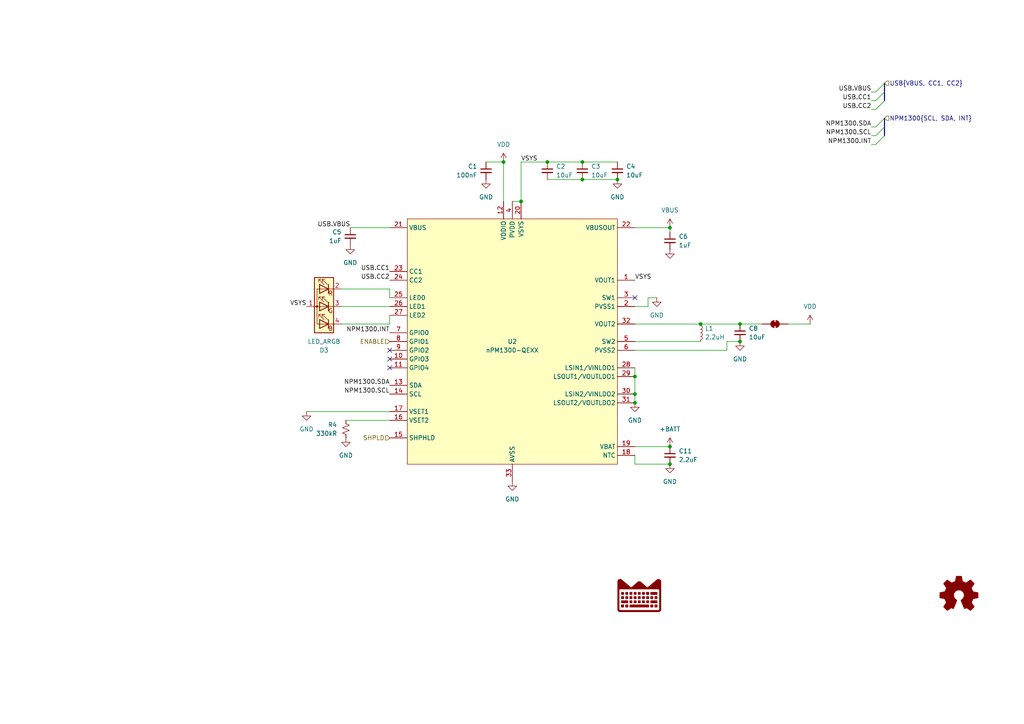
<source format=kicad_sch>
(kicad_sch (version 20250114) (generator "eeschema") (generator_version "9.0")
  (paper "A4")
  (title_block (title "RoyalBlue54L") (date "2025-01-25") (rev "0.0.1") (company "Lord's Boards"))
  (lib_symbols
    (symbol "Device:C_Small" (pin_numbers (hide yes)) (pin_names (offset 0.254) (hide yes))
      (property "Reference" "C" (at 0.254 1.778 0))
      (property "Value" "C_Small" (at 0.254 -2.032 0))
      (symbol "C_Small_1_1"
        (pin passive line (at 0 2.54 270) (length 2.032) (name "~") (number "1"))
        (pin passive line (at 0 -2.54 90) (length 2.032) (name "~") (number "2"))
      )
    )
    (symbol "Device:LED_ARGB" (pin_names (offset 0) (hide yes))
      (property "Reference" "D" (at 0 9.398 0))
      (property "Value" "LED_ARGB" (at 0 -8.89 0))
      (symbol "LED_ARGB_0_0"
        (text "R" (at -1.905 3.81 0) (effects (font (size 1.27 1.27))))
        (text "G" (at -1.905 -1.27 0) (effects (font (size 1.27 1.27))))
        (text "B" (at -1.905 -6.35 0) (effects (font (size 1.27 1.27))))
      )
      (symbol "LED_ARGB_1_1"
        (pin passive line (at -5.08 5.08 0) (length 2.54) (name "RK") (number "2"))
        (pin passive line (at -5.08 0 0) (length 2.54) (name "GK") (number "3"))
        (pin passive line (at -5.08 -5.08 0) (length 2.54) (name "BK") (number "4"))
        (pin passive line (at 5.08 0 180) (length 2.54) (name "A") (number "1"))
      )
    )
    (symbol "Device:L_Small" (pin_numbers (hide yes)) (pin_names (offset 0.254) (hide yes))
      (property "Reference" "L" (at 0.762 1.016 0))
      (property "Value" "L_Small" (at 0.762 -1.016 0))
      (symbol "L_Small_1_1"
        (pin passive line (at 0 2.54 270) (length 0.508) (name "~") (number "1"))
        (pin passive line (at 0 -2.54 90) (length 0.508) (name "~") (number "2"))
      )
    )
    (symbol "Device:R_Small_US" (pin_numbers (hide yes)) (pin_names (offset 0.254) (hide yes))
      (property "Reference" "R" (at 0.762 0.508 0))
      (property "Value" "R_Small_US" (at 0.762 -1.016 0))
      (symbol "R_Small_US_1_1"
        (pin passive line (at 0 2.54 270) (length 1.016) (name "~") (number "1"))
        (pin passive line (at 0 -2.54 90) (length 1.016) (name "~") (number "2"))
      )
    )
    (symbol "Graphic:Logo_Open_Hardware_Small" (in_bom no) (on_board no))
    (symbol "Jumper:SolderJumper_2_Bridged" (pin_numbers (hide yes)) (pin_names (offset 0) (hide yes)) (exclude_from_sim yes) (in_bom no)
      (property "Reference" "JP" (at 0 2.032 0))
      (property "Value" "SolderJumper_2_Bridged" (at 0 -2.54 0))
      (symbol "SolderJumper_2_Bridged_1_1"
        (pin passive line (at -3.81 0 0) (length 2.54) (name "A") (number "1"))
        (pin passive line (at 3.81 0 180) (length 2.54) (name "B") (number "2"))
      )
    )
    (symbol "LordsBoards-Graphic:LordsBoardsLogo" (in_bom no) (on_board no))
    (symbol "nordic-lib-kicad-npm:nPM1300-QEXX"
      (property "Reference" "U" (at 0 0 0))
      (property "Value" "nPM1300-QEXX" (at 0 -2.54 0))
      (symbol "nPM1300-QEXX_0_0"
        (pin power_in line (at -35.56 33.02 0) (length 5.08) (name "VBUS") (number "21"))
        (pin bidirectional line (at -35.56 20.32 0) (length 5.08) (name "CC1") (number "23"))
        (pin bidirectional line (at -35.56 17.78 0) (length 5.08) (name "CC2") (number "24"))
        (pin open_collector line (at -35.56 12.7 0) (length 5.08) (name "LED0") (number "25"))
        (pin open_collector line (at -35.56 10.16 0) (length 5.08) (name "LED1") (number "26"))
        (pin open_collector line (at -35.56 7.62 0) (length 5.08) (name "LED2") (number "27"))
        (pin bidirectional line (at -35.56 2.54 0) (length 5.08) (name "GPIO0") (number "7"))
        (pin bidirectional line (at -35.56 0 0) (length 5.08) (name "GPIO1") (number "8"))
        (pin bidirectional line (at -35.56 -2.54 0) (length 5.08) (name "GPIO2") (number "9"))
        (pin bidirectional line (at -35.56 -5.08 0) (length 5.08) (name "GPIO3") (number "10"))
        (pin bidirectional line (at -35.56 -7.62 0) (length 5.08) (name "GPIO4") (number "11"))
        (pin bidirectional line (at -35.56 -12.7 0) (length 5.08) (name "SDA") (number "13"))
        (pin bidirectional line (at -35.56 -15.24 0) (length 5.08) (name "SCL") (number "14"))
        (pin passive line (at -35.56 -20.32 0) (length 5.08) (name "VSET1") (number "17"))
        (pin passive line (at -35.56 -22.86 0) (length 5.08) (name "VSET2") (number "16"))
        (pin input line (at -35.56 -27.94 0) (length 5.08) (name "SHPHLD") (number "15"))
        (pin power_in line (at -2.54 40.64 270) (length 5.08) (name "VDDIO") (number "12"))
        (pin power_in line (at 0 40.64 270) (length 5.08) (name "PVDD") (number "4"))
        (pin power_in line (at 0 -40.64 90) (length 5.08) (name "AVSS") (number "33"))
        (pin power_out line (at 2.54 40.64 270) (length 5.08) (name "VSYS") (number "20"))
        (pin power_out line (at 35.56 33.02 180) (length 5.08) (name "VBUSOUT") (number "22"))
        (pin power_out line (at 35.56 17.78 180) (length 5.08) (name "VOUT1") (number "1"))
        (pin passive line (at 35.56 12.7 180) (length 5.08) (name "SW1") (number "3"))
        (pin power_out line (at 35.56 5.08 180) (length 5.08) (name "VOUT2") (number "32"))
        (pin passive line (at 35.56 0 180) (length 5.08) (name "SW2") (number "5"))
        (pin output line (at 35.56 -10.16 180) (length 5.08) (name "LSOUT1/VOUTLDO1") (number "29"))
        (pin input line (at 35.56 -15.24 180) (length 5.08) (name "LSIN2/VINLDO2") (number "30"))
        (pin output line (at 35.56 -17.78 180) (length 5.08) (name "LSOUT2/VOUTLDO2") (number "31"))
        (pin power_in line (at 35.56 -30.48 180) (length 5.08) (name "VBAT") (number "19"))
        (pin passive line (at 35.56 -33.02 180) (length 5.08) (name "NTC") (number "18"))
      )
      (symbol "nPM1300-QEXX_1_0"
        (pin power_in line (at 35.56 10.16 180) (length 5.08) (name "PVSS1") (number "2"))
        (pin power_in line (at 35.56 -2.54 180) (length 5.08) (name "PVSS2") (number "6"))
        (pin input line (at 35.56 -7.62 180) (length 5.08) (name "LSIN1/VINLDO1") (number "28"))
      )
    )
    (symbol "power:+BATT" (power) (pin_numbers (hide yes)) (pin_names (offset 0) (hide yes))
      (property "Value" "+BATT" (at 0 3.556 0))
      (symbol "+BATT_1_1"
        (pin power_in line (at 0 0 90) (length 0) (name "~") (number "1"))
      )
    )
    (symbol "power:GND" (power) (pin_numbers (hide yes)) (pin_names (offset 0) (hide yes))
      (property "Value" "GND" (at 0 -3.81 0))
      (symbol "GND_1_1"
        (pin power_in line (at 0 0 270) (length 0) (name "~") (number "1"))
      )
    )
    (symbol "power:VBUS" (power) (pin_numbers (hide yes)) (pin_names (offset 0) (hide yes))
      (property "Value" "VBUS" (at 0 3.556 0))
      (symbol "VBUS_1_1"
        (pin power_in line (at 0 0 90) (length 0) (name "~") (number "1"))
      )
    )
    (symbol "power:VDD" (power) (pin_numbers (hide yes)) (pin_names (offset 0) (hide yes))
      (property "Value" "VDD" (at 0 3.556 0))
      (symbol "VDD_1_1"
        (pin power_in line (at 0 0 90) (length 0) (name "~") (number "1"))
      )
    )
  )
  (junction (at 184.15 109.22))
  (junction (at 168.91 52.07))
  (junction (at 179.07 52.07))
  (junction (at 214.63 99.06))
  (junction (at 194.31 129.54))
  (junction (at 194.31 134.62))
  (junction (at 146.05 46.99))
  (junction (at 203.2 93.98))
  (junction (at 158.75 46.99))
  (junction (at 194.31 66.04))
  (junction (at 168.91 46.99))
  (junction (at 214.63 93.98))
  (junction (at 184.15 114.3))
  (junction (at 151.13 58.42))
  (junction (at 184.15 116.84))
  (no_connect (at 184.15 86.36))
  (no_connect (at 113.03 101.6))
  (no_connect (at 113.03 106.68))
  (no_connect (at 113.03 104.14))
  (bus_entry (at 254 26.67) (size 2.54 -2.54))
  (bus_entry (at 254 29.21) (size 2.54 -2.54))
  (bus_entry (at 254 36.83) (size 2.54 -2.54))
  (bus_entry (at 254 31.75) (size 2.54 -2.54))
  (bus_entry (at 254 41.91) (size 2.54 -2.54))
  (bus_entry (at 254 39.37) (size 2.54 -2.54))
  (wire (pts (xy 190.5 86.36) (xy 187.96 86.36)))
  (bus (pts (xy 256.54 39.37) (xy 256.54 36.83)))
  (wire (pts (xy 184.15 106.68) (xy 184.15 109.22)))
  (wire (pts (xy 254 29.21) (xy 252.73 29.21)))
  (wire (pts (xy 254 41.91) (xy 252.73 41.91)))
  (wire (pts (xy 168.91 46.99) (xy 179.07 46.99)))
  (wire (pts (xy 220.98 93.98) (xy 214.63 93.98)))
  (wire (pts (xy 194.31 66.04) (xy 184.15 66.04)))
  (wire (pts (xy 187.96 88.9) (xy 184.15 88.9)))
  (wire (pts (xy 113.03 83.82) (xy 113.03 86.36)))
  (wire (pts (xy 187.96 86.36) (xy 187.96 88.9)))
  (wire (pts (xy 151.13 46.99) (xy 158.75 46.99)))
  (wire (pts (xy 100.33 121.92) (xy 113.03 121.92)))
  (bus (pts (xy 256.54 26.67) (xy 256.54 29.21)))
  (wire (pts (xy 101.6 66.04) (xy 113.03 66.04)))
  (wire (pts (xy 184.15 132.08) (xy 184.15 134.62)))
  (wire (pts (xy 99.06 93.98) (xy 113.03 93.98)))
  (wire (pts (xy 113.03 93.98) (xy 113.03 91.44)))
  (wire (pts (xy 184.15 114.3) (xy 184.15 116.84)))
  (wire (pts (xy 184.15 109.22) (xy 184.15 114.3)))
  (wire (pts (xy 168.91 52.07) (xy 179.07 52.07)))
  (wire (pts (xy 151.13 46.99) (xy 151.13 58.42)))
  (wire (pts (xy 234.95 93.98) (xy 228.6 93.98)))
  (wire (pts (xy 254 36.83) (xy 252.73 36.83)))
  (wire (pts (xy 254 39.37) (xy 252.73 39.37)))
  (wire (pts (xy 254 26.67) (xy 252.73 26.67)))
  (wire (pts (xy 146.05 46.99) (xy 146.05 58.42)))
  (wire (pts (xy 158.75 52.07) (xy 168.91 52.07)))
  (wire (pts (xy 146.05 46.99) (xy 140.97 46.99)))
  (wire (pts (xy 158.75 46.99) (xy 168.91 46.99)))
  (wire (pts (xy 254 31.75) (xy 252.73 31.75)))
  (wire (pts (xy 184.15 134.62) (xy 194.31 134.62)))
  (wire (pts (xy 210.82 101.6) (xy 210.82 99.06)))
  (wire (pts (xy 194.31 66.04) (xy 194.31 67.31)))
  (wire (pts (xy 184.15 129.54) (xy 194.31 129.54)))
  (wire (pts (xy 184.15 101.6) (xy 210.82 101.6)))
  (bus (pts (xy 256.54 24.13) (xy 256.54 26.67)))
  (wire (pts (xy 210.82 99.06) (xy 214.63 99.06)))
  (wire (pts (xy 99.06 83.82) (xy 113.03 83.82)))
  (wire (pts (xy 88.9 119.38) (xy 113.03 119.38)))
  (wire (pts (xy 184.15 93.98) (xy 203.2 93.98)))
  (wire (pts (xy 203.2 93.98) (xy 214.63 93.98)))
  (wire (pts (xy 99.06 88.9) (xy 113.03 88.9)))
  (wire (pts (xy 184.15 99.06) (xy 203.2 99.06)))
  (bus (pts (xy 256.54 36.83) (xy 256.54 34.29)))
  (wire (pts (xy 151.13 58.42) (xy 148.59 58.42)))
  (label "VSYS" (at 184.15 81.28 0))
  (label "NPM1300.INT" (at 252.73 41.91 180))
  (label "NPM1300.SCL" (at 113.03 114.3 180))
  (label "NPM1300.SDA" (at 113.03 111.76 180))
  (label "USB.CC1" (at 252.73 29.21 180))
  (label "USB.VBUS" (at 101.6 66.04 180))
  (label "USB.CC2" (at 113.03 81.28 180))
  (label "VSYS" (at 151.13 46.99 0))
  (label "NPM1300.SDA" (at 252.73 36.83 180))
  (label "USB.VBUS" (at 252.73 26.67 180))
  (label "NPM1300.SCL" (at 252.73 39.37 180))
  (label "NPM1300.INT" (at 113.03 96.52 180))
  (label "USB.CC1" (at 113.03 78.74 180))
  (label "USB.CC2" (at 252.73 31.75 180))
  (label "VSYS" (at 88.9 88.9 180))
  (hierarchical_label "USB{VBUS, CC1, CC2}" (shape input) (at 256.54 24.13 0))
  (hierarchical_label "ENABLE" (shape input) (at 113.03 99.06 180))
  (hierarchical_label "SHPLD" (shape input) (at 113.03 127 180))
  (hierarchical_label "NPM1300{SCL, SDA, INT}" (shape input) (at 256.54 34.29 0))
  (symbol (lib_id "Device:C_Small") (at 194.31 132.08 0) (mirror y) (unit 1)
    (property "Reference" "C11" (at 196.85 130.8162 0) (effects (justify right)))
    (property "Value" "2.2uF" (at 196.85 133.3562 0) (effects (justify right)))
    (property "Footprint" "Capacitor_SMD:C_0603_1608Metric" (effects (hide yes)))
    (property "Description" "Unpolarized capacitor, small symbol" (effects (hide yes)))
    (property "LCSC" "C23630" (effects (hide yes)))
  )
  (symbol (lib_id "power:VBUS") (at 194.31 66.04 0) (unit 1)
    (property "Reference" "#PWR041" (effects (hide yes)))
    (property "Value" "VBUS" (at 194.31 60.96 0))
    (property "Description" "Power symbol creates a global label with name \"VBUS\"" (effects (hide yes)))
  )
  (symbol (lib_id "Device:L_Small") (at 203.2 96.52 0) (unit 1)
    (property "Reference" "L1" (at 204.47 95.2499 0) (effects (justify left)))
    (property "Value" "2.2uH" (at 204.47 97.7899 0) (effects (justify left)))
    (property "Footprint" "Inductor_SMD:L_0603_1608Metric" (effects (hide yes)))
    (property "Description" "Inductor, small symbol" (effects (hide yes)))
    (property "LCSC" "C337910" (effects (hide yes)))
  )
  (symbol (lib_id "power:GND") (at 194.31 134.62 0) (mirror y) (unit 1)
    (property "Reference" "#PWR033" (effects (hide yes)))
    (property "Value" "GND" (at 194.31 139.7 0))
    (property "Description" "Power symbol creates a global label with name \"GND\" , ground" (effects (hide yes)))
  )
  (symbol (lib_id "Graphic:Logo_Open_Hardware_Small") (at 278.13 172.72 0) (unit 1) (in_bom no) (on_board no)
    (property "Reference" "#SYM4" (effects (hide yes)))
    (property "Value" "Logo_Open_Hardware_Small" (effects (hide yes)))
  )
  (symbol (lib_id "power:VDD") (at 234.95 93.98 0) (unit 1)
    (property "Reference" "#PWR021" (effects (hide yes)))
    (property "Value" "VDD" (at 234.95 88.9 0))
    (property "Description" "Power symbol creates a global label with name \"VDD\"" (effects (hide yes)))
  )
  (symbol (lib_id "power:GND") (at 179.07 52.07 0) (mirror y) (unit 1)
    (property "Reference" "#PWR017" (effects (hide yes)))
    (property "Value" "GND" (at 179.07 57.15 0))
    (property "Description" "Power symbol creates a global label with name \"GND\" , ground" (effects (hide yes)))
  )
  (symbol (lib_id "Device:C_Small") (at 101.6 68.58 0) (unit 1)
    (property "Reference" "C5" (at 99.06 67.3162 0) (effects (justify right)))
    (property "Value" "1uF" (at 99.06 69.8562 0) (effects (justify right)))
    (property "Footprint" "Capacitor_SMD:C_0603_1608Metric" (effects (hide yes)))
    (property "Description" "Unpolarized capacitor, small symbol" (effects (hide yes)))
    (property "LCSC" "C15849" (effects (hide yes)))
  )
  (symbol (lib_id "power:GND") (at 184.15 116.84 0) (mirror y) (unit 1)
    (property "Reference" "#PWR030" (effects (hide yes)))
    (property "Value" "GND" (at 184.15 121.92 0))
    (property "Description" "Power symbol creates a global label with name \"GND\" , ground" (effects (hide yes)))
  )
  (symbol (lib_id "LordsBoards-Graphic:LordsBoardsLogo") (at 185.42 172.72 0) (unit 1) (in_bom no) (on_board no)
    (property "Reference" "#SYM3" (effects (hide yes)))
  )
  (symbol (lib_id "Device:C_Small") (at 214.63 96.52 0) (mirror y) (unit 1)
    (property "Reference" "C8" (at 217.17 95.2562 0) (effects (justify right)))
    (property "Value" "10uF" (at 217.17 97.7962 0) (effects (justify right)))
    (property "Footprint" "Capacitor_SMD:C_0603_1608Metric" (effects (hide yes)))
    (property "Description" "Unpolarized capacitor, small symbol" (effects (hide yes)))
    (property "LCSC" "C96446" (effects (hide yes)))
  )
  (symbol (lib_id "power:GND") (at 214.63 99.06 0) (mirror y) (unit 1)
    (property "Reference" "#PWR022" (effects (hide yes)))
    (property "Value" "GND" (at 214.63 104.14 0))
    (property "Description" "Power symbol creates a global label with name \"GND\" , ground" (effects (hide yes)))
  )
  (symbol (lib_id "Device:LED_ARGB") (at 93.98 88.9 0) (mirror y) (unit 1)
    (property "Reference" "D3" (at 93.98 101.6 0))
    (property "Value" "LED_ARGB" (at 93.98 99.06 0))
    (property "Footprint" "LED_SMD:LED_Wurth_150044M155260" (effects (hide yes)))
    (property "Description" "RGB LED, anode/red/green/blue" (effects (hide yes)))
    (property "LCSC" "C404280" (effects (hide yes)))
  )
  (symbol (lib_id "Device:C_Small") (at 168.91 49.53 0) (mirror y) (unit 1)
    (property "Reference" "C3" (at 171.45 48.2662 0) (effects (justify right)))
    (property "Value" "10uF" (at 171.45 50.8062 0) (effects (justify right)))
    (property "Footprint" "Capacitor_SMD:C_0603_1608Metric" (effects (hide yes)))
    (property "Description" "Unpolarized capacitor, small symbol" (effects (hide yes)))
    (property "LCSC" "C96446" (effects (hide yes)))
  )
  (symbol (lib_id "power:GND") (at 101.6 71.12 0) (unit 1)
    (property "Reference" "#PWR018" (effects (hide yes)))
    (property "Value" "GND" (at 101.6 76.2 0))
    (property "Description" "Power symbol creates a global label with name \"GND\" , ground" (effects (hide yes)))
  )
  (symbol (lib_id "power:GND") (at 88.9 119.38 0) (mirror y) (unit 1)
    (property "Reference" "#PWR031" (effects (hide yes)))
    (property "Value" "GND" (at 88.9 124.46 0))
    (property "Description" "Power symbol creates a global label with name \"GND\" , ground" (effects (hide yes)))
  )
  (symbol (lib_id "Device:C_Small") (at 179.07 49.53 0) (mirror y) (unit 1)
    (property "Reference" "C4" (at 181.61 48.2662 0) (effects (justify right)))
    (property "Value" "10uF" (at 181.61 50.8062 0) (effects (justify right)))
    (property "Footprint" "Capacitor_SMD:C_0603_1608Metric" (effects (hide yes)))
    (property "Description" "Unpolarized capacitor, small symbol" (effects (hide yes)))
    (property "LCSC" "C96446" (effects (hide yes)))
  )
  (symbol (lib_id "power:+BATT") (at 194.31 129.54 0) (unit 1)
    (property "Reference" "#PWR035" (effects (hide yes)))
    (property "Value" "+BATT" (at 194.31 124.46 0))
    (property "Description" "Power symbol creates a global label with name \"+BATT\"" (effects (hide yes)))
  )
  (symbol (lib_id "Device:C_Small") (at 194.31 69.85 0) (mirror y) (unit 1)
    (property "Reference" "C6" (at 196.85 68.5862 0) (effects (justify right)))
    (property "Value" "1uF" (at 196.85 71.1262 0) (effects (justify right)))
    (property "Footprint" "Capacitor_SMD:C_0603_1608Metric" (effects (hide yes)))
    (property "Description" "Unpolarized capacitor, small symbol" (effects (hide yes)))
    (property "LCSC" "C15849" (effects (hide yes)))
  )
  (symbol (lib_id "Device:C_Small") (at 158.75 49.53 0) (mirror y) (unit 1)
    (property "Reference" "C2" (at 161.29 48.2662 0) (effects (justify right)))
    (property "Value" "10uF" (at 161.29 50.8062 0) (effects (justify right)))
    (property "Footprint" "Capacitor_SMD:C_0603_1608Metric" (effects (hide yes)))
    (property "Description" "Unpolarized capacitor, small symbol" (effects (hide yes)))
    (property "LCSC" "C96446" (effects (hide yes)))
  )
  (symbol (lib_id "power:GND") (at 140.97 52.07 0) (unit 1)
    (property "Reference" "#PWR016" (effects (hide yes)))
    (property "Value" "GND" (at 140.97 57.15 0))
    (property "Description" "Power symbol creates a global label with name \"GND\" , ground" (effects (hide yes)))
  )
  (symbol (lib_id "power:GND") (at 148.59 139.7 0) (unit 1)
    (property "Reference" "#PWR034" (effects (hide yes)))
    (property "Value" "GND" (at 148.59 144.78 0))
    (property "Description" "Power symbol creates a global label with name \"GND\" , ground" (effects (hide yes)))
  )
  (symbol (lib_id "nordic-lib-kicad-npm:nPM1300-QEXX") (at 148.59 99.06 0) (unit 1)
    (property "Reference" "U2" (at 148.59 99.06 0))
    (property "Value" "nPM1300-QEXX" (at 148.59 101.6 0))
    (property "Footprint" "Package_DFN_QFN:QFN-32-1EP_5x5mm_P0.5mm_EP3.6x3.6mm_ThermalVias" (effects (hide yes)))
    (property "Datasheet" "https://docs.nordicsemi.com/bundle/ps_npm1300" (effects (hide yes)))
    (property "Description" "PMIC, LED Driver, Battery Charger, QFN-32" (effects (hide yes)))
    (property "LCSC" "C7466043" (effects (hide yes)))
  )
  (symbol (lib_id "Device:C_Small") (at 140.97 49.53 0) (unit 1)
    (property "Reference" "C1" (at 138.43 48.2662 0) (effects (justify right)))
    (property "Value" "100nF" (at 138.43 50.8062 0) (effects (justify right)))
    (property "Footprint" "Capacitor_SMD:C_0402_1005Metric" (effects (hide yes)))
    (property "Description" "Unpolarized capacitor, small symbol" (effects (hide yes)))
    (property "LCSC" "C307331" (effects (hide yes)))
  )
  (symbol (lib_id "power:VDD") (at 146.05 46.99 0) (unit 1)
    (property "Reference" "#PWR015" (effects (hide yes)))
    (property "Value" "VDD" (at 146.05 41.91 0))
    (property "Description" "Power symbol creates a global label with name \"VDD\"" (effects (hide yes)))
  )
  (symbol (lib_id "Jumper:SolderJumper_2_Bridged") (at 224.79 93.98 0) (unit 1) (exclude_from_sim yes) (in_bom no)
    (property "Reference" "JP1" (effects (hide yes)))
    (property "Value" "SolderJumper_2_Bridged" (effects (hide yes)))
    (property "Footprint" "Jumper:SolderJumper-2_P1.3mm_Bridged_RoundedPad1.0x1.5mm" (effects (hide yes)))
    (property "Description" "Solder Jumper, 2-pole, closed/bridged" (effects (hide yes)))
  )
  (symbol (lib_id "Device:R_Small_US") (at 100.33 124.46 0) (unit 1)
    (property "Reference" "R4" (at 97.79 123.1899 0) (effects (justify right)))
    (property "Value" "330kR" (at 97.79 125.7299 0) (effects (justify right)))
    (property "Footprint" "Resistor_SMD:R_0402_1005Metric" (effects (hide yes)))
    (property "Description" "Resistor, small US symbol" (effects (hide yes)))
    (property "LCSC" "C25778" (effects (hide yes)))
  )
  (symbol (lib_id "power:GND") (at 190.5 86.36 0) (mirror y) (unit 1)
    (property "Reference" "#PWR020" (effects (hide yes)))
    (property "Value" "GND" (at 190.5 91.44 0))
    (property "Description" "Power symbol creates a global label with name \"GND\" , ground" (effects (hide yes)))
  )
  (symbol (lib_id "power:GND") (at 194.31 72.39 0) (mirror y) (unit 1)
    (property "Reference" "#PWR019" (effects (hide yes)))
    (property "Value" "GND" (effects (hide yes)))
    (property "Description" "Power symbol creates a global label with name \"GND\" , ground" (effects (hide yes)))
  )
  (symbol (lib_id "power:GND") (at 100.33 127 0) (unit 1)
    (property "Reference" "#PWR032" (effects (hide yes)))
    (property "Value" "GND" (at 100.33 132.08 0))
    (property "Description" "Power symbol creates a global label with name \"GND\" , ground" (effects (hide yes)))
  )
)
</source>
